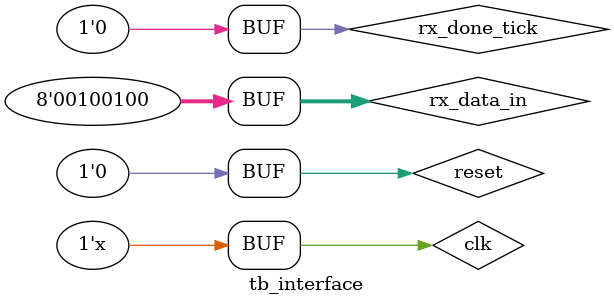
<source format=v>
`timescale 1ns / 1ps

`define NBITS 8
`define NUM_TICKS 16
`define LEN_DATA 8

module tb_interface();
    

    reg clk;
    reg reset;
    reg rx_done_tick;
//  reg tx_done_tick;
    reg [`LEN_DATA-1:0] rx_data_in;
    wire [`LEN_DATA-1:0] alu_data_in;

    wire tx_start;
    wire [`LEN_DATA-1 : 0] A;
    wire [`LEN_DATA-1 : 0] B;
    wire [5 : 0] OPCODE;
    wire [`LEN_DATA-1:0] data_out;

    alu #()
        u_alu
        (
            .A(A),
            .B(B),
            .OPCODE(OPCODE),
            .RESULT_OUT(alu_data_in)  
        );
    

	interface_circuit #()
    u_interface_circuit(
            .clk(clk),
            .reset(reset),
            .rx_done_tick(rx_done_tick),
            .rx_data_in(rx_data_in),
            .alu_data_in(alu_data_in),

            .tx_start(tx_start),
            .A(A),
            .B(B),
            .OPCODE(OPCODE),
            .data_out(data_out) 
		);
    
    
    initial
    begin
        clk = 0;
        reset = 1;
        #10
        reset = 0;
        
        rx_data_in = 8'b00111000;
        rx_done_tick = 1;
        #10

        rx_done_tick = 0;
        rx_data_in = 8'b00111001;
        rx_done_tick = 1;
        #10        

        rx_done_tick = 0;
        rx_data_in = 8'b00100100;
        rx_done_tick = 1;

        #10

        rx_done_tick = 0;
    end

    always 
		#5 clk = ~clk;


endmodule

</source>
